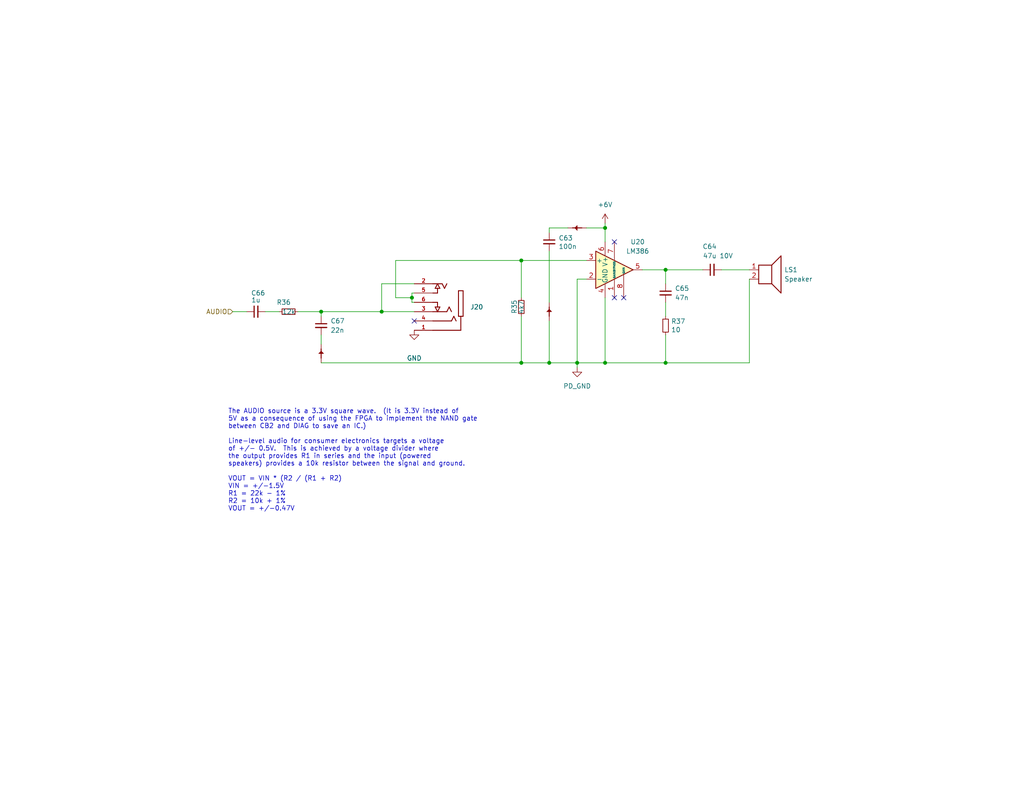
<source format=kicad_sch>
(kicad_sch (version 20211123) (generator eeschema)
  (paper "A")
  (title_block (title "CBM PET Mainboard Replacement"))
  (lib_symbols
    (symbol "Amplifier_Audio:LM386" (pin_names (offset 0.127))
      (property "Reference" "U" (at 1.27 7.62 0))
      (property "Value" "LM386" (at 1.27 5.08 0))
      (symbol "LM386_0_1"
        (polyline (pts (xy 5.08 0) (xy -5.08 5.08) (xy -5.08 -5.08) (xy 5.08 0)) (stroke (width 0.254)) (fill (type background)))
      )
      (symbol "LM386_1_1"
        (pin input line (at 0 -7.62 90) (length 5.08) (name "GAIN") (number "1"))
        (pin input line (at -7.62 -2.54 0) (length 2.54) (name "-") (number "2"))
        (pin input line (at -7.62 2.54 0) (length 2.54) (name "+") (number "3"))
        (pin power_in line (at -2.54 -7.62 90) (length 3.81) (name "GND") (number "4"))
        (pin output line (at 7.62 0 180) (length 2.54) (name "~") (number "5"))
        (pin power_in line (at -2.54 7.62 270) (length 3.81) (name "V+") (number "6"))
        (pin input line (at 0 7.62 270) (length 5.08) (name "BYPASS") (number "7"))
        (pin input line (at 2.54 -7.62 90) (length 6.35) (name "GAIN") (number "8"))
      )
    )
    (symbol "Device:C_Small" (pin_numbers hide) (pin_names (offset 0.254) hide)
      (property "Reference" "C" (at 0.254 1.778 0))
      (property "Value" "C_Small" (at 0.254 -2.032 0))
      (symbol "C_Small_0_1"
        (polyline (pts (xy -1.524 -0.508) (xy 1.524 -0.508)) (stroke (width 0.3302)))
        (polyline (pts (xy -1.524 0.508) (xy 1.524 0.508)) (stroke (width 0.3048)))
      )
      (symbol "C_Small_1_1"
        (pin passive line (at 0 2.54 270) (length 2.032) (name "~") (number "1"))
        (pin passive line (at 0 -2.54 90) (length 2.032) (name "~") (number "2"))
      )
    )
    (symbol "Device:R_Small" (pin_numbers hide) (pin_names (offset 0.254) hide)
      (property "Reference" "R" (at 0.762 0.508 0))
      (property "Value" "R_Small" (at 0.762 -1.016 0))
      (symbol "R_Small_0_1"
        (rectangle (start -0.762 1.778) (end 0.762 -1.778) (stroke (width 0.2032)))
      )
      (symbol "R_Small_1_1"
        (pin passive line (at 0 2.54 270) (length 0.762) (name "~") (number "1"))
        (pin passive line (at 0 -2.54 90) (length 0.762) (name "~") (number "2"))
      )
    )
    (symbol "Device:Speaker" (pin_names (offset 0) hide)
      (property "Reference" "LS" (at 1.27 5.715 0))
      (property "Value" "Speaker" (at 1.27 3.81 0))
      (symbol "Speaker_0_0"
        (rectangle (start -2.54 1.27) (end 1.016 -3.81) (stroke (width 0.254)))
        (polyline (pts (xy 1.016 1.27) (xy 3.556 3.81) (xy 3.556 -6.35) (xy 1.016 -3.81)) (stroke (width 0.254)))
      )
      (symbol "Speaker_1_1"
        (pin input line (at -5.08 0 0) (length 2.54) (name "1") (number "1"))
        (pin input line (at -5.08 -2.54 0) (length 2.54) (name "2") (number "2"))
      )
    )
    (symbol "PET:PD_GND" (power) (pin_names (offset 0))
      (property "Value" "PD_GND" (at 0 -3.81 0))
      (symbol "PD_GND_0_1"
        (polyline (pts (xy 0 0) (xy 0 -1.27) (xy 1.27 -1.27) (xy 0 -2.54) (xy -1.27 -1.27) (xy 0 -1.27)))
      )
      (symbol "PD_GND_1_1"
        (pin power_in line (at 0 0 270) (length 0) hide (name "PD_GND") (number "1"))
      )
    )
    (symbol "PET:PowerTie_2" (pin_numbers hide) (pin_names (offset 0) hide)
      (symbol "PowerTie_2_0_1"
        (polyline (pts (xy -1.27 0) (xy 1.27 0)) (stroke (width 0.254)))
        (polyline (pts (xy 0 0.635) (xy 0.635 0) (xy 0 -0.635) (xy 0 0.635)) (fill (type outline)))
      )
      (symbol "PowerTie_2_1_1"
        (pin power_in line (at -2.54 0 0) (length 2.54) (name "1") (number "1"))
        (pin power_out line (at 2.54 0 180) (length 2.54) (name "2") (number "2"))
      )
    )
    (symbol "SnapEDA:SJ-43504-SMT-TR" (pin_names (offset 1.016) hide)
      (property "Reference" "J" (at -8.9154 6.3754 0))
      (property "Value" "SJ-43504-SMT-TR" (at -8.89 -11.43 0))
      (property "MOUSER" "490-SJ-43504-SMT-TR" (at 0 0 0))
      (symbol "SJ-43504-SMT-TR_0_0"
        (polyline (pts (xy -8.255 -5.715) (xy -8.255 1.27)) (stroke (width 0.254)))
        (polyline (pts (xy -8.255 1.27) (xy -7.62 1.27)) (stroke (width 0.254)))
        (polyline (pts (xy -7.62 1.27) (xy -6.985 1.27)) (stroke (width 0.254)))
        (polyline (pts (xy -7.62 5.08) (xy -7.62 1.27)) (stroke (width 0.254)))
        (polyline (pts (xy -6.985 -5.715) (xy -8.255 -5.715)) (stroke (width 0.254)))
        (polyline (pts (xy -6.985 1.27) (xy -6.985 -5.715)) (stroke (width 0.254)))
        (polyline (pts (xy -5.715 1.27) (xy -6.35 2.54)) (stroke (width 0.254)))
        (polyline (pts (xy -5.08 2.54) (xy -5.715 1.27)) (stroke (width 0.254)))
        (polyline (pts (xy -4.445 -1.27) (xy -5.08 0)) (stroke (width 0.254)))
        (polyline (pts (xy -3.81 0) (xy -4.445 -1.27)) (stroke (width 0.254)))
        (polyline (pts (xy -3.175 -6.35) (xy -3.81 -7.62)) (stroke (width 0.254)))
        (polyline (pts (xy -2.54 -7.62) (xy -3.175 -6.35)) (stroke (width 0.254)))
        (polyline (pts (xy -1.905 -6.35) (xy -1.27 -6.35)) (stroke (width 0.254)))
        (polyline (pts (xy -1.905 -1.27) (xy -1.27 -1.27)) (stroke (width 0.254)))
        (polyline (pts (xy -1.27 -7.62) (xy -2.54 -7.62)) (stroke (width 0.254)))
        (polyline (pts (xy -1.27 -7.62) (xy -1.905 -6.35)) (stroke (width 0.254)))
        (polyline (pts (xy -1.27 -6.35) (xy -0.635 -6.35)) (stroke (width 0.254)))
        (polyline (pts (xy -1.27 -5.08) (xy -1.27 -6.35)) (stroke (width 0.254)))
        (polyline (pts (xy -1.27 -2.54) (xy -1.27 -1.27)) (stroke (width 0.254)))
        (polyline (pts (xy -1.27 -1.27) (xy -0.635 -1.27)) (stroke (width 0.254)))
        (polyline (pts (xy -1.27 0) (xy -3.81 0)) (stroke (width 0.254)))
        (polyline (pts (xy -1.27 0) (xy -1.905 -1.27)) (stroke (width 0.254)))
        (polyline (pts (xy -0.635 -6.35) (xy -1.27 -7.62)) (stroke (width 0.254)))
        (polyline (pts (xy -0.635 -1.27) (xy -1.27 0)) (stroke (width 0.254)))
        (polyline (pts (xy 0 -7.62) (xy -1.27 -7.62)) (stroke (width 0.254)))
        (polyline (pts (xy 0 -5.08) (xy -1.27 -5.08)) (stroke (width 0.254)))
        (polyline (pts (xy 0 -2.54) (xy -1.27 -2.54)) (stroke (width 0.254)))
        (polyline (pts (xy 0 0) (xy -1.27 0)) (stroke (width 0.254)))
        (polyline (pts (xy 0 2.54) (xy -5.08 2.54)) (stroke (width 0.254)))
        (polyline (pts (xy 0 5.08) (xy -7.62 5.08)) (stroke (width 0.254)))
        (pin passive line (at 5.08 5.08 180) (length 5.08) (name "~") (number "1"))
        (pin passive line (at 5.08 -7.62 180) (length 5.08) (name "~") (number "2"))
        (pin passive line (at 5.08 0 180) (length 5.08) (name "~") (number "3"))
        (pin passive line (at 5.08 2.54 180) (length 5.08) (name "~") (number "4"))
        (pin passive line (at 5.08 -5.08 180) (length 5.08) (name "~") (number "5"))
        (pin passive line (at 5.08 -2.54 180) (length 5.08) (name "~") (number "6"))
      )
    )
    (symbol "power:+6V" (power) (pin_names (offset 0))
      (property "Value" "+6V" (at 0 3.556 0))
      (symbol "+6V_0_1"
        (polyline (pts (xy -0.762 1.27) (xy 0 2.54)))
        (polyline (pts (xy 0 0) (xy 0 2.54)))
        (polyline (pts (xy 0 2.54) (xy 0.762 1.27)))
      )
      (symbol "+6V_1_1"
        (pin power_in line (at 0 0 90) (length 0) hide (name "+6V") (number "1"))
      )
    )
    (symbol "power:GND" (power) (pin_names (offset 0))
      (property "Value" "GND" (at 0 -3.81 0))
      (symbol "GND_0_1"
        (polyline (pts (xy 0 0) (xy 0 -1.27) (xy 1.27 -1.27) (xy 0 -2.54) (xy -1.27 -1.27) (xy 0 -1.27)))
      )
      (symbol "GND_1_1"
        (pin power_in line (at 0 0 270) (length 0) hide (name "GND") (number "1"))
      )
    )
  )
  (junction (at 157.48 99.06))
  (junction (at 142.24 99.06))
  (junction (at 181.61 99.06))
  (junction (at 112.395 81.28))
  (junction (at 149.86 99.06))
  (junction (at 165.1 99.06))
  (junction (at 165.1 62.23))
  (junction (at 142.24 71.12))
  (junction (at 87.63 85.09))
  (junction (at 181.61 73.66))
  (junction (at 104.14 85.09))
  (no_connect (at 167.64 66.04))
  (no_connect (at 167.64 81.28))
  (no_connect (at 170.18 81.28))
  (no_connect (at 113.03 87.63))
  (wire (pts (xy 112.395 80.01) (xy 113.03 80.01)))
  (wire (pts (xy 160.02 76.2) (xy 157.48 76.2)))
  (wire (pts (xy 113.03 82.55) (xy 112.395 82.55)))
  (wire (pts (xy 181.61 73.66) (xy 191.77 73.66)))
  (wire (pts (xy 149.86 68.58) (xy 149.86 82.55)))
  (wire (pts (xy 81.28 85.09) (xy 87.63 85.09)))
  (wire (pts (xy 149.86 62.23) (xy 154.94 62.23)))
  (wire (pts (xy 142.24 86.36) (xy 142.24 99.06)))
  (wire (pts (xy 104.14 85.09) (xy 113.03 85.09)))
  (wire (pts (xy 113.03 77.47) (xy 104.14 77.47)))
  (wire (pts (xy 104.14 77.47) (xy 104.14 85.09)))
  (wire (pts (xy 165.1 99.06) (xy 157.48 99.06)))
  (wire (pts (xy 142.24 71.12) (xy 142.24 81.28)))
  (wire (pts (xy 165.1 60.96) (xy 165.1 62.23)))
  (wire (pts (xy 165.1 81.28) (xy 165.1 99.06)))
  (wire (pts (xy 157.48 76.2) (xy 157.48 99.06)))
  (wire (pts (xy 175.26 73.66) (xy 181.61 73.66)))
  (wire (pts (xy 181.61 82.55) (xy 181.61 86.36)))
  (wire (pts (xy 107.95 71.12) (xy 142.24 71.12)))
  (wire (pts (xy 160.02 62.23) (xy 165.1 62.23)))
  (wire (pts (xy 204.47 76.2) (xy 204.47 99.06)))
  (wire (pts (xy 87.63 99.06) (xy 142.24 99.06)))
  (wire (pts (xy 107.95 81.28) (xy 107.95 71.12)))
  (wire (pts (xy 87.63 91.44) (xy 87.63 93.98)))
  (wire (pts (xy 181.61 99.06) (xy 204.47 99.06)))
  (wire (pts (xy 112.395 81.28) (xy 112.395 80.01)))
  (wire (pts (xy 165.1 62.23) (xy 165.1 66.04)))
  (wire (pts (xy 142.24 71.12) (xy 160.02 71.12)))
  (wire (pts (xy 87.63 85.09) (xy 104.14 85.09)))
  (wire (pts (xy 149.86 87.63) (xy 149.86 99.06)))
  (wire (pts (xy 112.395 81.28) (xy 107.95 81.28)))
  (wire (pts (xy 149.86 99.06) (xy 157.48 99.06)))
  (wire (pts (xy 112.395 82.55) (xy 112.395 81.28)))
  (wire (pts (xy 149.86 63.5) (xy 149.86 62.23)))
  (wire (pts (xy 165.1 99.06) (xy 181.61 99.06)))
  (wire (pts (xy 181.61 91.44) (xy 181.61 99.06)))
  (wire (pts (xy 87.63 85.09) (xy 87.63 86.36)))
  (wire (pts (xy 72.39 85.09) (xy 76.2 85.09)))
  (wire (pts (xy 63.5 85.09) (xy 67.31 85.09)))
  (wire (pts (xy 196.85 73.66) (xy 204.47 73.66)))
  (wire (pts (xy 157.48 100.33) (xy 157.48 99.06)))
  (wire (pts (xy 181.61 73.66) (xy 181.61 77.47)))
  (wire (pts (xy 142.24 99.06) (xy 149.86 99.06)))
  (text "The AUDIO source is a 3.3V square wave.  (It is 3.3V instead of\n5V as a consequence of using the FPGA to implement the NAND gate\nbetween CB2 and DIAG to save an IC.)\n\nLine-level audio for consumer electronics targets a voltage\nof +/- 0.5V.  This is achieved by a voltage divider where\nthe output provides R1 in series and the input (powered\nspeakers) provides a 10k resistor between the signal and ground.\n\nVOUT = VIN * (R2 / (R1 + R2)\nVIN = +/-1.5V\nR1 = 22k - 1%\nR2 = 10k + 1%\nVOUT = +/-0.47V" (at 62.23 139.7 0) (effects (font (size 1.27 1.27)) (justify left bottom)))
  (hierarchical_label "AUDIO" (shape input) (at 63.5 85.09 180))
  (symbol (lib_id "Device:R_Small") (at 78.74 85.09 90) (unit 1)
    (property "Reference" "R36" (at 79.375 82.55 90) (effects (justify left)))
    (property "Value" "12k" (at 80.645 85.09 90) (effects (justify left)))
    (property "Footprint" "Resistor_SMD:R_0805_2012Metric_Pad1.20x1.40mm_HandSolder" (effects hide))
    (property "Datasheet" "https://datasheet.lcsc.com/lcsc/2206010216_UNI-ROYAL-Uniroyal-Elec-0805W8F1202T5E_C17444.pdf" (effects hide))
    (property "LCSC" "C17444" (effects hide))
  )
  (symbol (lib_id "Device:C_Small") (at 149.86 66.04 0) (unit 1)
    (property "Reference" "C63" (at 152.4 64.9986 0) (effects (justify left)))
    (property "Value" "100n" (at 152.4 67.31 0) (effects (justify left)))
    (property "Footprint" "Capacitor_SMD:C_0402_1005Metric" (effects hide))
    (property "Datasheet" "https://datasheet.lcsc.com/lcsc/2304140030_Samsung-Electro-Mechanics-CL05B104KB54PNC_C307331.pdf" (effects hide))
    (property "LCSC" "C307331" (effects hide))
  )
  (symbol (lib_id "PET:PowerTie_2") (at 87.63 96.52 90) (unit 1)
    (property "Reference" "PT46" (effects hide))
    (property "Value" "PowerTie_2" (effects hide))
    (property "Footprint" "PET:NetTie-2_SMD_Pad_1.6_to_0.4mm" (effects hide))
  )
  (symbol (lib_id "power:GND") (at 113.03 90.17 0) (unit 1)
    (property "Reference" "#PWR0129" (effects hide))
    (property "Value" "GND" (at 113.03 97.79 0))
  )
  (symbol (lib_id "PET:PD_GND") (at 157.48 100.33 0) (unit 1)
    (property "Reference" "#PWR0130" (effects hide))
    (property "Value" "PD_GND" (at 157.48 105.41 0))
  )
  (symbol (lib_id "power:+6V") (at 165.1 60.96 0) (unit 1)
    (property "Reference" "#PWR0128" (effects hide))
    (property "Value" "+6V" (at 165.1 55.88 0))
  )
  (symbol (lib_id "Device:R_Small") (at 181.61 88.9 0) (unit 1)
    (property "Reference" "R37" (at 183.1086 87.7316 0) (effects (justify left)))
    (property "Value" "10" (at 183.1086 90.043 0) (effects (justify left)))
    (property "Footprint" "Resistor_SMD:R_0805_2012Metric_Pad1.20x1.40mm_HandSolder" (effects hide))
    (property "Datasheet" "https://datasheet.lcsc.com/lcsc/2206010216_UNI-ROYAL-Uniroyal-Elec-0805W8F100JT5E_C17415.pdf" (effects hide))
    (property "LCSC" "C17415" (effects hide))
  )
  (symbol (lib_id "Device:C_Small") (at 87.63 88.9 0) (unit 1)
    (property "Reference" "C67" (at 90.17 87.6362 0) (effects (justify left)))
    (property "Value" "22n" (at 90.17 90.1762 0) (effects (justify left)))
    (property "Footprint" "Capacitor_SMD:C_0402_1005Metric" (effects hide))
    (property "Datasheet" "https://datasheet.lcsc.com/lcsc/2304140030_FH--Guangdong-Fenghua-Advanced-Tech-0402B223K500NT_C1532.pdf" (effects hide))
    (property "LCSC" "C1532" (effects hide))
  )
  (symbol (lib_id "SnapEDA:SJ-43504-SMT-TR") (at 118.11 85.09 180) (unit 1)
    (property "Reference" "J20" (at 128.27 83.8199 0) (effects (justify right)))
    (property "Value" "SJ-43504-SMT-TR" (effects hide))
    (property "Footprint" "SnapEDA:CUI_SJ-43504-SMT-TR" (effects hide))
    (property "Datasheet" "https://www.mouser.com/datasheet/2/670/sj_43504_smt_tr-1779335.pdf" (effects hide))
    (property "MOUSER" "490-SJ-43504-SMT-TR" (effects hide))
    (property "Alt-LCSC" "C319101" (effects hide))
  )
  (symbol (lib_id "PET:PowerTie_2") (at 149.86 85.09 90) (unit 1)
    (property "Reference" "PT45" (effects hide))
    (property "Value" "PowerTie_2" (effects hide))
    (property "Footprint" "PET:NetTie-2_SMD_Pad_1.6_to_0.4mm" (effects hide))
  )
  (symbol (lib_id "Device:Speaker") (at 209.55 73.66 0) (unit 1)
    (property "Reference" "LS1" (at 213.995 73.6599 0) (effects (justify left)))
    (property "Value" "Speaker" (at 213.995 76.1999 0) (effects (justify left)))
    (property "Footprint" "SamacSys_Parts:AT1220TT9R" (effects hide))
    (property "Datasheet" "https://www.mouser.com/datasheet/2/334/AT-1220-TT-9-R-532252.pdf" (effects hide))
    (property "MOUSER" "665-AT1220TT9R" (effects hide))
  )
  (symbol (lib_id "PET:PowerTie_2") (at 157.48 62.23 180) (unit 1)
    (property "Reference" "PT44" (effects hide))
    (property "Value" "PowerTie_2" (effects hide))
    (property "Footprint" "PET:NetTie-2_SMD_Pad_1.6_to_0.4mm" (effects hide))
  )
  (symbol (lib_id "Amplifier_Audio:LM386") (at 167.64 73.66 0) (unit 1)
    (property "Reference" "U20" (at 173.99 66.04 0))
    (property "Value" "LM386" (at 173.99 68.58 0))
    (property "Footprint" "Package_DIP:DIP-8_W7.62mm" (effects hide))
    (property "Datasheet" "https://www.ti.com/general/docs/suppproductinfo.tsp?distId=26&gotoUrl=https://www.ti.com/lit/gpn/lm386" (effects hide))
    (property "MOUSER" "926-LM386N-1/NOPB" (effects hide))
  )
  (symbol (lib_id "Device:R_Small") (at 142.24 83.82 0) (unit 1)
    (property "Reference" "R35" (at 140.335 85.725 90) (effects (justify left)))
    (property "Value" "4k7" (at 142.24 85.725 90) (effects (justify left)))
    (property "Footprint" "Resistor_SMD:R_0805_2012Metric_Pad1.20x1.40mm_HandSolder" (effects hide))
    (property "Datasheet" "https://datasheet.lcsc.com/lcsc/2206010200_UNI-ROYAL-Uniroyal-Elec-0805W8F4701T5E_C17673.pdf" (effects hide))
    (property "LCSC" "C17673" (effects hide))
  )
  (symbol (lib_id "Device:C_Small") (at 69.85 85.09 90) (unit 1)
    (property "Reference" "C66" (at 72.39 80.01 90) (effects (justify left)))
    (property "Value" "1u" (at 71.12 81.915 90) (effects (justify left)))
    (property "Footprint" "Capacitor_SMD:C_0402_1005Metric" (effects hide))
    (property "Datasheet" "https://datasheet.lcsc.com/lcsc/2304140030_Samsung-Electro-Mechanics-CL05A105KA5NQNC_C52923.pdf" (effects hide))
    (property "LCSC" "C52923" (effects hide))
  )
  (symbol (lib_id "Device:C_Small") (at 181.61 80.01 0) (unit 1)
    (property "Reference" "C65" (at 184.15 78.7462 0) (effects (justify left)))
    (property "Value" "47n" (at 184.15 81.2862 0) (effects (justify left)))
    (property "Footprint" "Capacitor_SMD:C_0603_1608Metric" (effects hide))
    (property "Datasheet" "https://datasheet.lcsc.com/lcsc/2304140030_Samsung-Electro-Mechanics-CL10B473KB8NNNC_C1622.pdf" (effects hide))
    (property "LCSC" "C1622" (effects hide))
  )
  (symbol (lib_id "Device:C_Small") (at 194.31 73.66 90) (unit 1)
    (property "Reference" "C64" (at 195.58 67.31 90) (effects (justify left)))
    (property "Value" "47u 10V" (at 200.025 69.85 90) (effects (justify left)))
    (property "Footprint" "Capacitor_SMD:C_1206_3216Metric" (effects hide))
    (property "Datasheet" "https://datasheet.lcsc.com/lcsc/2304140030_Samsung-Electro-Mechanics-CL31A476MPHNNNE_C96123.pdf" (effects hide))
    (property "LCSC" "C96123" (effects hide))
  )
)
</source>
